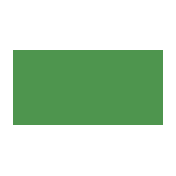
<source format=gbr>
%FSLAX34Y34*%%MOIN*%%AMCRECT*21,1,0.5,0.25,0,0,0*%%ADD10CRECT*%D10*X0Y0D03*M02*
</source>
